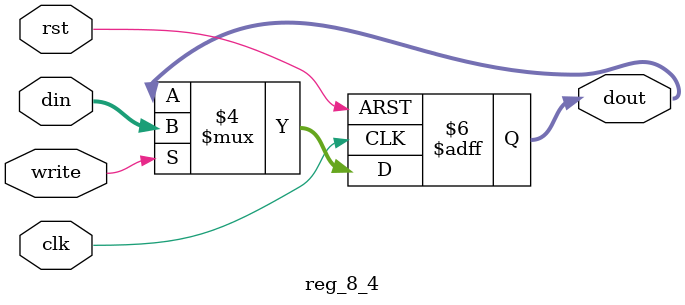
<source format=v>
module reg_8_4(clk,rst,write,din,dout);

output [7:0] dout;
input  clk,rst,write;
input  [7:0] din;

reg [7:0] dout;

always @ (posedge clk or negedge rst)
	begin
		if(!rst)
			dout  <= 8'h88;
		else 
		  if(write)
					 dout<=din;
		  else 
					 dout<=dout;
	end

endmodule
</source>
